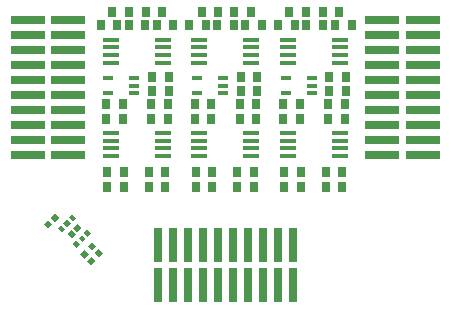
<source format=gtp>
G04 #@! TF.FileFunction,Paste,Top*
%FSLAX46Y46*%
G04 Gerber Fmt 4.6, Leading zero omitted, Abs format (unit mm)*
G04 Created by KiCad (PCBNEW 4.0.2+e4-6225~38~ubuntu14.04.1-stable) date Tue 28 Jun 2016 16:34:31 BST*
%MOMM*%
G01*
G04 APERTURE LIST*
%ADD10C,0.100000*%
%ADD11R,1.450000X0.450000*%
%ADD12R,0.950000X0.400000*%
%ADD13R,2.920000X0.740000*%
%ADD14R,0.740000X2.920000*%
%ADD15R,0.750000X0.900000*%
G04 APERTURE END LIST*
D10*
D11*
X109700000Y-97875000D03*
X109700000Y-97225000D03*
X109700000Y-96575000D03*
X109700000Y-95925000D03*
X105300000Y-95925000D03*
X105300000Y-96575000D03*
X105300000Y-97225000D03*
X105300000Y-97875000D03*
D12*
X107300000Y-100450000D03*
X107300000Y-99800000D03*
X107300000Y-99150000D03*
X105100000Y-99150000D03*
X105100000Y-100450000D03*
D11*
X94700000Y-97875000D03*
X94700000Y-97225000D03*
X94700000Y-96575000D03*
X94700000Y-95925000D03*
X90300000Y-95925000D03*
X90300000Y-96575000D03*
X90300000Y-97225000D03*
X90300000Y-97875000D03*
D12*
X92300000Y-100450000D03*
X92300000Y-99800000D03*
X92300000Y-99150000D03*
X90100000Y-99150000D03*
X90100000Y-100450000D03*
D11*
X90300000Y-103825000D03*
X90300000Y-104475000D03*
X90300000Y-105125000D03*
X90300000Y-105775000D03*
X94700000Y-105775000D03*
X94700000Y-105125000D03*
X94700000Y-104475000D03*
X94700000Y-103825000D03*
X102200000Y-97875000D03*
X102200000Y-97225000D03*
X102200000Y-96575000D03*
X102200000Y-95925000D03*
X97800000Y-95925000D03*
X97800000Y-96575000D03*
X97800000Y-97225000D03*
X97800000Y-97875000D03*
D12*
X99800000Y-100450000D03*
X99800000Y-99800000D03*
X99800000Y-99150000D03*
X97600000Y-99150000D03*
X97600000Y-100450000D03*
D11*
X97800000Y-103825000D03*
X97800000Y-104475000D03*
X97800000Y-105125000D03*
X97800000Y-105775000D03*
X102200000Y-105775000D03*
X102200000Y-105125000D03*
X102200000Y-104475000D03*
X102200000Y-103825000D03*
X105300000Y-103825000D03*
X105300000Y-104475000D03*
X105300000Y-105125000D03*
X105300000Y-105775000D03*
X109700000Y-105775000D03*
X109700000Y-105125000D03*
X109700000Y-104475000D03*
X109700000Y-103825000D03*
D13*
X83285000Y-94285000D03*
X86715000Y-94285000D03*
X83285000Y-95555000D03*
X86715000Y-95555000D03*
X83285000Y-96825000D03*
X86715000Y-96825000D03*
X83285000Y-98095000D03*
X86715000Y-98095000D03*
X83285000Y-99365000D03*
X86715000Y-99365000D03*
X83285000Y-100635000D03*
X86715000Y-100635000D03*
X83285000Y-101905000D03*
X86715000Y-101905000D03*
X83285000Y-103175000D03*
X86715000Y-103175000D03*
X83285000Y-104445000D03*
X86715000Y-104445000D03*
X83285000Y-105715000D03*
X86715000Y-105715000D03*
X113285000Y-94285000D03*
X116715000Y-94285000D03*
X113285000Y-95555000D03*
X116715000Y-95555000D03*
X113285000Y-96825000D03*
X116715000Y-96825000D03*
X113285000Y-98095000D03*
X116715000Y-98095000D03*
X113285000Y-99365000D03*
X116715000Y-99365000D03*
X113285000Y-100635000D03*
X116715000Y-100635000D03*
X113285000Y-101905000D03*
X116715000Y-101905000D03*
X113285000Y-103175000D03*
X116715000Y-103175000D03*
X113285000Y-104445000D03*
X116715000Y-104445000D03*
X113285000Y-105715000D03*
X116715000Y-105715000D03*
D14*
X94285000Y-116715000D03*
X94285000Y-113285000D03*
X95555000Y-116715000D03*
X95555000Y-113285000D03*
X96825000Y-116715000D03*
X96825000Y-113285000D03*
X98095000Y-116715000D03*
X98095000Y-113285000D03*
X99365000Y-116715000D03*
X99365000Y-113285000D03*
X100635000Y-116715000D03*
X100635000Y-113285000D03*
X101905000Y-116715000D03*
X101905000Y-113285000D03*
X103175000Y-116715000D03*
X103175000Y-113285000D03*
X104445000Y-116715000D03*
X104445000Y-113285000D03*
X105715000Y-116715000D03*
X105715000Y-113285000D03*
D15*
X101000000Y-108400000D03*
X102400000Y-108400000D03*
X98900000Y-107100000D03*
X97500000Y-107100000D03*
X98800000Y-102600000D03*
X97400000Y-102600000D03*
X101200000Y-101400000D03*
X102600000Y-101400000D03*
X101700000Y-94700000D03*
X103100000Y-94700000D03*
X99325000Y-94700000D03*
X100725000Y-94700000D03*
X96950000Y-94700000D03*
X98350000Y-94700000D03*
X93500000Y-108400000D03*
X94900000Y-108400000D03*
X108500000Y-108400000D03*
X109900000Y-108400000D03*
X91400000Y-107100000D03*
X90000000Y-107100000D03*
X106400000Y-107100000D03*
X105000000Y-107100000D03*
X91300000Y-102600000D03*
X89900000Y-102600000D03*
X106300000Y-102600000D03*
X104900000Y-102600000D03*
X93700000Y-101400000D03*
X95100000Y-101400000D03*
X108700000Y-101400000D03*
X110100000Y-101400000D03*
X94200000Y-94700000D03*
X95600000Y-94700000D03*
X91825000Y-94700000D03*
X93225000Y-94700000D03*
X89450000Y-94700000D03*
X90850000Y-94700000D03*
X109300000Y-94700000D03*
X110700000Y-94700000D03*
X106825000Y-94700000D03*
X108225000Y-94700000D03*
X104450000Y-94700000D03*
X105850000Y-94700000D03*
X102400000Y-107100000D03*
X101000000Y-107100000D03*
X97500000Y-108400000D03*
X98900000Y-108400000D03*
X101200000Y-102600000D03*
X102600000Y-102600000D03*
X98800000Y-101400000D03*
X97400000Y-101400000D03*
X102700000Y-100300000D03*
X101300000Y-100300000D03*
X101300000Y-99100000D03*
X102700000Y-99100000D03*
X102150000Y-93600000D03*
X100750000Y-93600000D03*
X98000000Y-93600000D03*
X99400000Y-93600000D03*
X94900000Y-107100000D03*
X93500000Y-107100000D03*
X109900000Y-107100000D03*
X108500000Y-107100000D03*
X90000000Y-108400000D03*
X91400000Y-108400000D03*
X105000000Y-108400000D03*
X106400000Y-108400000D03*
X93700000Y-102600000D03*
X95100000Y-102600000D03*
X108700000Y-102600000D03*
X110100000Y-102600000D03*
X91300000Y-101400000D03*
X89900000Y-101400000D03*
X106300000Y-101400000D03*
X104900000Y-101400000D03*
X95200000Y-100300000D03*
X93800000Y-100300000D03*
X93800000Y-99100000D03*
X95200000Y-99100000D03*
X110200000Y-100300000D03*
X108800000Y-100300000D03*
X108800000Y-99100000D03*
X110200000Y-99100000D03*
X94650000Y-93600000D03*
X93250000Y-93600000D03*
X90400000Y-93600000D03*
X91800000Y-93600000D03*
X109650000Y-93600000D03*
X108250000Y-93600000D03*
X105400000Y-93600000D03*
X106800000Y-93600000D03*
D10*
G36*
X85547309Y-110613927D02*
X85915005Y-110981623D01*
X85547309Y-111349319D01*
X85179613Y-110981623D01*
X85547309Y-110613927D01*
X85547309Y-110613927D01*
G37*
G36*
X84981623Y-111179613D02*
X85349319Y-111547309D01*
X84981623Y-111915005D01*
X84613927Y-111547309D01*
X84981623Y-111179613D01*
X84981623Y-111179613D01*
G37*
G36*
X87725197Y-114092893D02*
X88092893Y-113725197D01*
X88460589Y-114092893D01*
X88092893Y-114460589D01*
X87725197Y-114092893D01*
X87725197Y-114092893D01*
G37*
G36*
X88290883Y-114658579D02*
X88658579Y-114290883D01*
X89026275Y-114658579D01*
X88658579Y-115026275D01*
X88290883Y-114658579D01*
X88290883Y-114658579D01*
G37*
G36*
X88349461Y-113417157D02*
X88717157Y-113049461D01*
X89084853Y-113417157D01*
X88717157Y-113784853D01*
X88349461Y-113417157D01*
X88349461Y-113417157D01*
G37*
G36*
X88915147Y-113982843D02*
X89282843Y-113615147D01*
X89650539Y-113982843D01*
X89282843Y-114350539D01*
X88915147Y-113982843D01*
X88915147Y-113982843D01*
G37*
G36*
X87723345Y-113228371D02*
X87440503Y-113511213D01*
X87108163Y-113178873D01*
X87391005Y-112896031D01*
X87723345Y-113228371D01*
X87723345Y-113228371D01*
G37*
G36*
X88182965Y-112768752D02*
X87900123Y-113051594D01*
X87567783Y-112719254D01*
X87850625Y-112436412D01*
X88182965Y-112768752D01*
X88182965Y-112768752D01*
G37*
G36*
X88642584Y-112309132D02*
X88359742Y-112591974D01*
X88027402Y-112259634D01*
X88310244Y-111976792D01*
X88642584Y-112309132D01*
X88642584Y-112309132D01*
G37*
G36*
X87348579Y-111015127D02*
X87065737Y-111297969D01*
X86733397Y-110965629D01*
X87016239Y-110682787D01*
X87348579Y-111015127D01*
X87348579Y-111015127D01*
G37*
G36*
X86888959Y-111474746D02*
X86606117Y-111757588D01*
X86273777Y-111425248D01*
X86556619Y-111142406D01*
X86888959Y-111474746D01*
X86888959Y-111474746D01*
G37*
G36*
X86429340Y-111934366D02*
X86146498Y-112217208D01*
X85814158Y-111884868D01*
X86097000Y-111602026D01*
X86429340Y-111934366D01*
X86429340Y-111934366D01*
G37*
G36*
X87335852Y-112344487D02*
X86980884Y-112699455D01*
X86625916Y-112344487D01*
X86980884Y-111989519D01*
X87335852Y-112344487D01*
X87335852Y-112344487D01*
G37*
G36*
X87830826Y-111849513D02*
X87475858Y-112204481D01*
X87120890Y-111849513D01*
X87475858Y-111494545D01*
X87830826Y-111849513D01*
X87830826Y-111849513D01*
G37*
M02*

</source>
